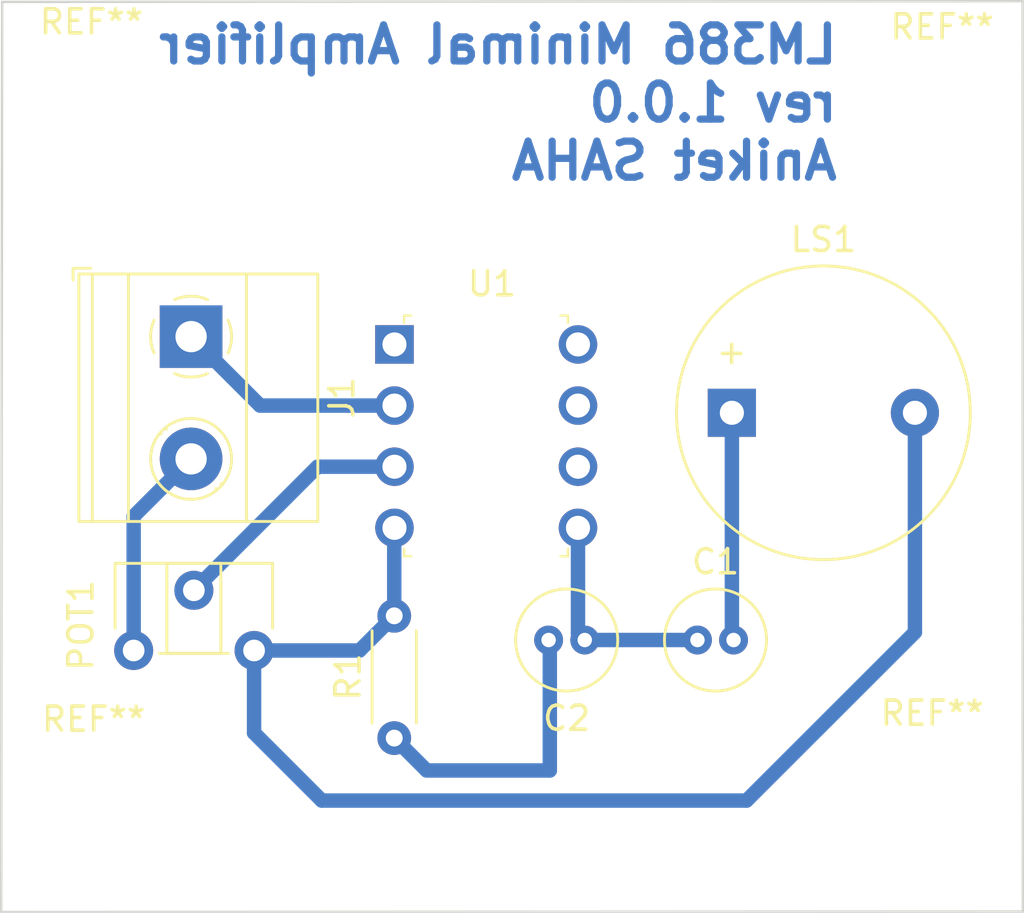
<source format=kicad_pcb>
(kicad_pcb (version 20211014) (generator pcbnew)
  (layers (0 "F.Cu" signal) (31 "B.Cu" signal) (34 "B.Paste" user) (35 "F.Paste" user) (36 "B.SilkS" user "B.Silkscreen") (37 "F.SilkS" user "F.Silkscreen") (38 "B.Mask" user) (39 "F.Mask" user) (44 "Edge.Cuts" user))
  (property "Amplifer" "")
  (net 0 "")
  (net 1 "Net-(C1-Pad1)")
  (net 2 "Net-(C1-Pad2)")
  (net 3 "GND")
  (net 5 "Net-(POT1-Pad2)")
  (net 6 "+12V")
  (net 9 "Net-(C2-Pad2)")
  (net 10 "Net-(J1-Pad2)")
  (footprint "MountingHole:MountingHole_3.2mm_M3" (layer "F.Cu") (at 126.03 90.74)
    (fp_text reference "REF**" (at 0.06 -3.91) (layer "F.SilkS"))
    (fp_text value "MountingHole_3.2mm_M3" hide)
    (pad "" np_thru_hole circle (at 0 0) (size 3.2 3.2) (drill 3.2) (layers *.Cu *.Mask))
  )
  (footprint "TerminalBlock_Phoenix:TerminalBlock_Phoenix_MKDS-1,5-2-5.08_1x02_P5.08mm_Horizontal" (layer "F.Cu") (at 130.135 70.935 -90)
    (fp_text reference "J1" (at 2.54 -6.26 90) (layer "F.SilkS"))
    (fp_text value "Screw_Terminal_01x02")
    (fp_line (start 3.853 1.023) (end 3.806 1.069) (layer "F.SilkS") (width 0.12))
    (fp_line (start -2.84 4.16) (end -2.84 4.9) (layer "F.SilkS") (width 0.12))
    (fp_line (start -2.6 -2.301) (end 7.68 -2.301) (layer "F.SilkS") (width 0.12))
    (fp_line (start 6.15 -1.275) (end 6.115 -1.239) (layer "F.SilkS") (width 0.12))
    (fp_line (start -2.6 2.6) (end 7.68 2.6) (layer "F.SilkS") (width 0.12))
    (fp_line (start -2.6 4.66) (end 7.68 4.66) (layer "F.SilkS") (width 0.12))
    (fp_line (start -2.6 4.1) (end 7.68 4.1) (layer "F.SilkS") (width 0.12))
    (fp_line (start 6.355 -1.069) (end 6.308 -1.023) (layer "F.SilkS") (width 0.12))
    (fp_line (start 7.68 -5.261) (end 7.68 4.66) (layer "F.SilkS") (width 0.12))
    (fp_line (start -2.84 4.9) (end -2.34 4.9) (layer "F.SilkS") (width 0.12))
    (fp_line (start 4.046 1.239) (end 4.011 1.274) (layer "F.SilkS") (width 0.12))
    (fp_line (start -2.6 -5.261) (end 7.68 -5.261) (layer "F.SilkS") (width 0.12))
    (fp_line (start -2.6 -5.261) (end -2.6 4.66) (layer "F.SilkS") (width 0.12))
    (fp_arc (start -1.535427 0.683042) (mid -1.680501 -0.000524) (end -1.535 -0.684) (layer "F.SilkS") (width 0.12))
    (fp_arc (start -0.683042 -1.535427) (mid 0.000524 -1.680501) (end 0.684 -1.535) (layer "F.SilkS") (width 0.12))
    (fp_arc (start 0.028805 1.680253) (mid -0.335551 1.646659) (end -0.684 1.535) (layer "F.SilkS") (width 0.12))
    (fp_arc (start 0.683318 1.534756) (mid 0.349292 1.643288) (end 0 1.68) (layer "F.SilkS") (width 0.12))
    (fp_arc (start 1.535427 -0.683042) (mid 1.680501 0.000524) (end 1.535 0.684) (layer "F.SilkS") (width 0.12))
    (fp_circle (center 5.08 0) (end 6.76 0) (layer "F.SilkS") (width 0.12) (fill none))
    (pad "1" thru_hole rect (at 0 0 270) (size 2.6 2.6) (drill 1.3) (layers *.Cu *.Mask) (net 3 "GND"))
    (pad "2" thru_hole circle (at 5.08 0 270) (size 2.6 2.6) (drill 1.3) (layers *.Cu *.Mask) (net 10 "Net-(J1-Pad2)"))
  )
  (footprint "Buzzer_Beeper:Buzzer_12x9.5RM7.6" (layer "F.Cu") (at 152.59 74.1)
    (fp_text reference "LS1" (at 3.8 -7.2) (layer "F.SilkS"))
    (fp_text value "Speaker")
    (fp_text user "+" (at -0.01 -2.54) (layer "F.SilkS"))
    (fp_circle (center 3.8 0) (end 9.9 0) (layer "F.SilkS") (width 0.12) (fill none))
    (pad "1" thru_hole rect (at 0 0) (size 2 2) (drill 1) (layers *.Cu *.Mask) (net 2 "Net-(C1-Pad2)"))
    (pad "2" thru_hole circle (at 7.6 0) (size 2 2) (drill 1) (layers *.Cu *.Mask) (net 3 "GND"))
  )
  (footprint "Capacitor_THT:C_Radial_D4.0mm_H7.0mm_P1.50mm" (layer "F.Cu") (at 151.16 83.54)
    (fp_text reference "C1" (at 0.75 -3.25) (layer "F.SilkS"))
    (fp_text value "1000uF")
    (fp_circle (center 0.75 0) (end 2.87 0) (layer "F.SilkS") (width 0.12) (fill none))
    (pad "1" thru_hole circle (at 0 0) (size 1.2 1.2) (drill 0.6) (layers *.Cu *.Mask) (net 1 "Net-(C1-Pad1)"))
    (pad "2" thru_hole circle (at 1.5 0) (size 1.2 1.2) (drill 0.6) (layers *.Cu *.Mask) (net 2 "Net-(C1-Pad2)"))
  )
  (footprint "MountingHole:MountingHole_3.2mm_M3" (layer "F.Cu") (at 160.91 90.78)
    (fp_text reference "REF**" (at 0 -4.2) (layer "F.SilkS"))
    (fp_text value "MountingHole_3.2mm_M3" hide)
    (pad "" np_thru_hole circle (at 0 0) (size 3.2 3.2) (drill 3.2) (layers *.Cu *.Mask))
  )
  (footprint "digikey-footprints:DIP-8_W7.62mm" (layer "F.Cu") (at 138.58 71.26)
    (fp_text reference "U1" (at 4.05 -2.52) (layer "F.SilkS"))
    (fp_text value "LM386")
    (fp_line (start 7.2 -1.2) (end 6.9 -1.2) (layer "F.SilkS") (width 0.1))
    (fp_line (start 0.4 -1.2) (end 0.7 -1.2) (layer "F.SilkS") (width 0.1))
    (fp_line (start 7.2 -0.9) (end 7.2 -1.2) (layer "F.SilkS") (width 0.1))
    (fp_line (start 0.4 8.8) (end 0.7 8.8) (layer "F.SilkS") (width 0.1))
    (fp_line (start 0.4 -0.9) (end 0.4 -1.2) (layer "F.SilkS") (width 0.1))
    (fp_line (start 0.4 8.5) (end 0.4 8.8) (layer "F.SilkS") (width 0.1))
    (fp_line (start 7.2 8.5) (end 7.2 8.8) (layer "F.SilkS") (width 0.1))
    (fp_line (start 7.2 8.8) (end 6.9 8.8) (layer "F.SilkS") (width 0.1))
    (pad "1" thru_hole rect locked (at 0 0) (size 1.6 1.6) (drill 1) (layers *.Cu *.Mask))
    (pad "2" thru_hole circle locked (at 0 2.54) (size 1.6 1.6) (drill 1) (layers *.Cu *.Mask) (net 3 "GND"))
    (pad "3" thru_hole circle locked (at 0 5.08) (size 1.6 1.6) (drill 1) (layers *.Cu *.Mask) (net 5 "Net-(POT1-Pad2)"))
    (pad "4" thru_hole circle locked (at 0 7.62) (size 1.6 1.6) (drill 1) (layers *.Cu *.Mask) (net 3 "GND"))
    (pad "5" thru_hole circle locked (at 7.62 7.62) (size 1.6 1.6) (drill 1) (layers *.Cu *.Mask) (net 1 "Net-(C1-Pad1)"))
    (pad "6" thru_hole circle locked (at 7.62 5.08) (size 1.6 1.6) (drill 1) (layers *.Cu *.Mask) (net 6 "+12V"))
    (pad "7" thru_hole circle locked (at 7.62 2.54) (size 1.6 1.6) (drill 1) (layers *.Cu *.Mask))
    (pad "8" thru_hole circle locked (at 7.62 0) (size 1.6 1.6) (drill 1) (layers *.Cu *.Mask))
  )
  (footprint "MountingHole:MountingHole_3.2mm_M3" (layer "F.Cu") (at 126 62.06)
    (fp_text reference "REF**" (at 0 -4.2) (layer "F.SilkS"))
    (fp_text value "MountingHole_3.2mm_M3" hide)
    (pad "" np_thru_hole circle (at 0 0) (size 3.2 3.2) (drill 3.2) (layers *.Cu *.Mask))
  )
  (footprint "Capacitor_THT:C_Radial_D4.0mm_H5.0mm_P1.50mm" (layer "F.Cu") (at 146.48 83.54 180)
    (fp_text reference "C2" (at 0.75 -3.25 180) (layer "F.SilkS"))
    (fp_text value "0.1 uF")
    (fp_circle (center 0.75 0) (end 2.87 0) (layer "F.SilkS") (width 0.12) (fill none))
    (pad "1" thru_hole circle (at 0 0 180) (size 1.2 1.2) (drill 0.6) (layers *.Cu *.Mask) (net 1 "Net-(C1-Pad1)"))
    (pad "2" thru_hole circle (at 1.5 0 180) (size 1.2 1.2) (drill 0.6) (layers *.Cu *.Mask) (net 9 "Net-(C2-Pad2)"))
  )
  (footprint "Potentiometer_THT:Potentiometer_ACP_CA6-H2,5_Horizontal" (layer "F.Cu") (at 127.75 83.975 90)
    (fp_text reference "POT1" (at 1.045 -2.19 90) (layer "F.SilkS"))
    (fp_text value "10K")
    (fp_line (start 3.62 1.38) (end 3.62 3.62) (layer "F.SilkS") (width 0.12))
    (fp_line (start 3.62 -0.77) (end 3.62 5.77) (layer "F.SilkS") (width 0.12))
    (fp_line (start -0.121 1.38) (end -0.121 3.62) (layer "F.SilkS") (width 0.12))
    (fp_line (start -0.121 1.38) (end 3.62 1.38) (layer "F.SilkS") (width 0.12))
    (fp_line (start 0.925 5.77) (end 3.62 5.77) (layer "F.SilkS") (width 0.12))
    (fp_line (start -0.121 3.62) (end 3.62 3.62) (layer "F.SilkS") (width 0.12))
    (fp_line (start -0.121 1.066) (end -0.121 3.935) (layer "F.SilkS") (width 0.12))
    (fp_line (start 0.925 -0.77) (end 3.62 -0.77) (layer "F.SilkS") (width 0.12))
    (pad "1" thru_hole circle (at 0 0 90) (size 1.62 1.62) (drill 0.9) (layers *.Cu *.Mask) (net 10 "Net-(J1-Pad2)"))
    (pad "2" thru_hole circle (at 2.5 2.5 90) (size 1.62 1.62) (drill 0.9) (layers *.Cu *.Mask) (net 5 "Net-(POT1-Pad2)"))
    (pad "3" thru_hole circle (at 0 5 90) (size 1.62 1.62) (drill 0.9) (layers *.Cu *.Mask) (net 3 "GND"))
  )
  (footprint "Resistor_THT:R_Axial_DIN0204_L3.6mm_D1.6mm_P5.08mm_Horizontal" (layer "F.Cu") (at 138.57 87.615 90)
    (fp_text reference "R1" (at 2.54 -1.92 90) (layer "F.SilkS"))
    (fp_text value "10R")
    (fp_line (start 0.62 -0.92) (end 4.46 -0.92) (layer "F.SilkS") (width 0.12))
    (fp_line (start 0.62 0.92) (end 4.46 0.92) (layer "F.SilkS") (width 0.12))
    (pad "1" thru_hole circle (at 0 0 90) (size 1.4 1.4) (drill 0.7) (layers *.Cu *.Mask) (net 9 "Net-(C2-Pad2)"))
    (pad "2" thru_hole oval (at 5.08 0 90) (size 1.4 1.4) (drill 0.7) (layers *.Cu *.Mask) (net 3 "GND"))
  )
  (footprint "MountingHole:MountingHole_3.2mm_M3" (layer "F.Cu") (at 160.95 62.03)
    (fp_text reference "REF**" (at 0.37 -3.96) (layer "F.SilkS"))
    (fp_text value "MountingHole_3.2mm_M3" hide)
    (pad "" np_thru_hole circle (at 0 0) (size 3.2 3.2) (drill 3.2) (layers *.Cu *.Mask))
  )
  (gr_line (start 122.29 57.03) (end 122.25 94.84) (layer "Edge.Cuts") (width 0.1))
  (gr_line (start 122.25 94.84) (end 164.67 94.82) (layer "Edge.Cuts") (width 0.1))
  (gr_line (start 122.29 57.03) (end 164.66 57) (layer "Edge.Cuts") (width 0.1))
  (gr_line (start 164.67 94.82) (end 164.66 57) (layer "Edge.Cuts") (width 0.1))
  (gr_text "LM386 Minimal Amplifier\nrev 1.0.0\nAniket SAHA" (at 157.11 61.22) (layer "B.Cu") (effects (font (size 1.5 1.5) (thickness 0.3)) (justify left mirror)))
  (segment (start 146.2 78.88) (end 146.2 83.26) (width 0.6) (layer "B.Cu") (net 1))
  (segment (start 151.16 83.54) (end 146.48 83.54) (width 0.6) (layer "B.Cu") (net 1))
  (segment (start 146.2 83.26) (end 146.48 83.54) (width 0.6) (layer "B.Cu") (net 1))
  (segment (start 152.59 74.1) (end 152.59 83.47) (width 0.6) (layer "B.Cu") (net 2))
  (segment (start 152.59 83.47) (end 152.66 83.54) (width 0.6) (layer "B.Cu") (net 2))
  (segment (start 153.2 90.21) (end 135.56 90.21) (width 0.6) (layer "B.Cu") (net 3))
  (segment (start 133 73.8) (end 130.135 70.935) (width 0.6) (layer "B.Cu") (net 3))
  (segment (start 137.13 83.975) (end 138.57 82.535) (width 0.6) (layer "B.Cu") (net 3))
  (segment (start 135.56 90.21) (end 132.75 87.4) (width 0.6) (layer "B.Cu") (net 3))
  (segment (start 132.75 87.4) (end 132.75 83.975) (width 0.6) (layer "B.Cu") (net 3))
  (segment (start 138.58 73.8) (end 133 73.8) (width 0.6) (layer "B.Cu") (net 3))
  (segment (start 138.57 82.535) (end 138.57 78.89) (width 0.6) (layer "B.Cu") (net 3))
  (segment (start 138.57 78.89) (end 138.58 78.88) (width 0.6) (layer "B.Cu") (net 3))
  (segment (start 132.75 83.975) (end 137.13 83.975) (width 0.6) (layer "B.Cu") (net 3))
  (segment (start 160.19 74.1) (end 160.19 83.22) (width 0.6) (layer "B.Cu") (net 3))
  (segment (start 160.19 83.22) (end 153.2 90.21) (width 0.6) (layer "B.Cu") (net 3))
  (segment (start 135.385 76.34) (end 130.25 81.475) (width 0.6) (layer "B.Cu") (net 5))
  (segment (start 138.58 76.34) (end 135.385 76.34) (width 0.6) (layer "B.Cu") (net 5))
  (segment (start 138.57 87.615) (end 139.915 88.96) (width 0.6) (layer "B.Cu") (net 9))
  (segment (start 145.03 83.59) (end 144.98 83.54) (width 0.6) (layer "B.Cu") (net 9))
  (segment (start 139.915 88.96) (end 145.03 88.96) (width 0.6) (layer "B.Cu") (net 9))
  (segment (start 145.03 88.96) (end 145.03 83.59) (width 0.6) (layer "B.Cu") (net 9))
  (segment (start 127.75 78.4) (end 130.135 76.015) (width 0.6) (layer "B.Cu") (net 10))
  (segment (start 127.75 83.975) (end 127.75 78.4) (width 0.6) (layer "B.Cu") (net 10))
)
</source>
